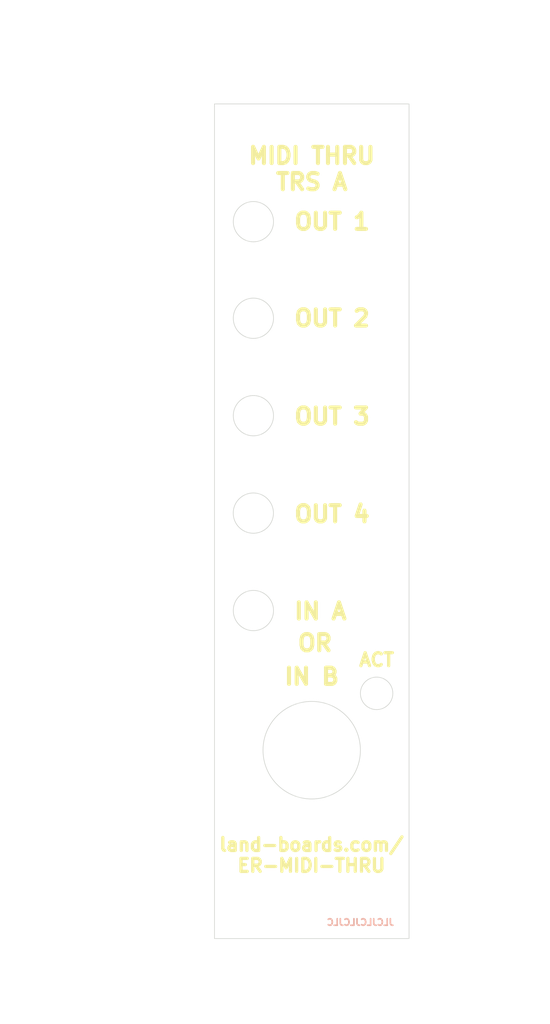
<source format=kicad_pcb>
(kicad_pcb (version 20211014) (generator pcbnew)
  (title_block (title "MOD-MIDI-THRU") (date "2022-10-06") (rev "1"))
  (layers (0 "F.Cu" signal) (31 "B.Cu" signal) (34 "B.Paste" user) (35 "F.Paste" user) (36 "B.SilkS" user "B.Silkscreen") (37 "F.SilkS" user "F.Silkscreen") (38 "B.Mask" user) (39 "F.Mask" user) (44 "Edge.Cuts" user))
  (net 0 "")
  (footprint "" (layer "F.Cu") (at 10 125.5)
    (fp_text reference "" (at 0 0) (layer "F.SilkS") (effects (font (size 1.27 1.27))))
    (fp_text value "" (at 0 0) (layer "F.SilkS") (effects (font (size 1.27 1.27))))
    (pad "" np_thru_hole oval (at 0 0) (size 12 3.2) (drill oval 12 3.2) (layers F&B.Cu *.Mask))
    (pad "" np_thru_hole oval (at 0 0) (size 12 3.2) (drill oval 12 3.2) (layers F&B.Cu *.Mask))
    (pad "" np_thru_hole oval (at 0 0) (size 12 3.2) (drill oval 12 3.2) (layers F&B.Cu *.Mask))
  )
  (footprint "" (layer "F.Cu") (at 9.5 3)
    (fp_text reference "" (at 0 0) (layer "F.SilkS") (effects (font (size 1.27 1.27))))
    (fp_text value "" (at 0 0) (layer "F.SilkS") (effects (font (size 1.27 1.27))))
    (pad "" np_thru_hole oval (at 0 0) (size 12 3.2) (drill oval 12 3.2) (layers F&B.Cu *.Mask))
    (pad "" np_thru_hole oval (at 0 0) (size 12 3.2) (drill oval 12 3.2) (layers F&B.Cu *.Mask))
    (pad "" np_thru_hole oval (at 0 0) (size 12 3.2) (drill oval 12 3.2) (layers F&B.Cu *.Mask))
  )
  (gr_circle (center 6 33) (end 9.1 33) (layer "Edge.Cuts") (width 0.1) (fill none))
  (gr_circle (center 6 78) (end 9.1 78) (layer "Edge.Cuts") (width 0.1) (fill none))
  (gr_circle (center 6 48) (end 9.1 48) (layer "Edge.Cuts") (width 0.1) (fill none))
  (gr_circle (center 6 18.13) (end 9.1 18.13) (layer "Edge.Cuts") (width 0.1) (fill none))
  (gr_circle (center 25 90.75) (end 27.5 90.77) (layer "Edge.Cuts") (width 0.1) (fill none))
  (gr_circle (center 5.99 63) (end 9.09 63) (layer "Edge.Cuts") (width 0.1) (fill none))
  (gr_circle (center 14.99 99.5) (end 22.5 99.5) (layer "Edge.Cuts") (width 0.1) (fill none))
  (gr_rect (start 0 0) (end 30 128.5) (layer "Edge.Cuts") (width 0.1) (fill none))
  (gr_text "JLCJLCJLCJLC" (at 22.5 126) (layer "B.SilkS") (effects (font (size 1 1) (thickness 0.25)) (justify mirror)))
  (gr_text "MIDI THRU\nTRS A" (at 15 10) (layer "F.SilkS") (effects (font (size 2.5 2.5) (thickness 0.625))))
  (gr_text "ACT" (at 25 85.59) (layer "F.SilkS") (effects (font (size 2 2) (thickness 0.5))))
  (gr_text "OUT 3" (at 12 48.11) (layer "F.SilkS") (effects (font (size 2.5 2.5) (thickness 0.625)) (justify left)))
  (gr_text "IN A" (at 12 78.11) (layer "F.SilkS") (effects (font (size 2.5 2.5) (thickness 0.625)) (justify left)))
  (gr_text "OUT 4" (at 12 63.15) (layer "F.SilkS") (effects (font (size 2.5 2.5) (thickness 0.625)) (justify left)))
  (gr_text "IN B" (at 15 88.17) (layer "F.SilkS") (effects (font (size 2.5 2.5) (thickness 0.625))))
  (gr_text "OR" (at 15.5 83) (layer "F.SilkS") (effects (font (size 2.5 2.5) (thickness 0.625))))
  (gr_text "land-boards.com/\nER-MIDI-THRU" (at 14.95 115.65) (layer "F.SilkS") (effects (font (size 2 2) (thickness 0.5))))
  (gr_text "OUT 1" (at 12 18.12) (layer "F.SilkS") (effects (font (size 2.5 2.5) (thickness 0.625)) (justify left)))
  (gr_text "OUT 2" (at 12 33) (layer "F.SilkS") (effects (font (size 2.5 2.5) (thickness 0.625)) (justify left)))
)
</source>
